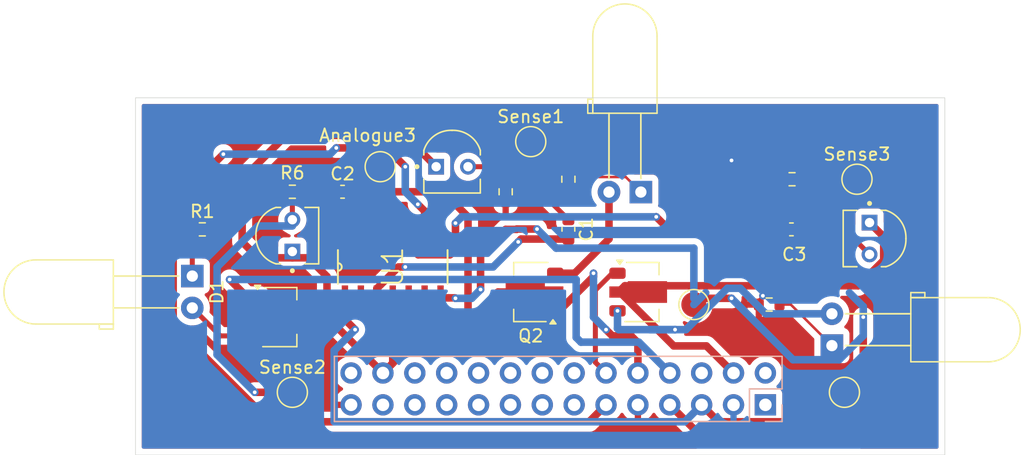
<source format=kicad_pcb>
(kicad_pcb (version 20240108) (generator "pcbnew") (generator_version "8.0")
  (layers (0 "F.Cu" signal) (31 "B.Cu" signal) (34 "B.Paste" user) (35 "F.Paste" user) (36 "B.SilkS" user "B.Silkscreen") (37 "F.SilkS" user "F.Silkscreen") (38 "B.Mask" user) (39 "F.Mask" user) (44 "Edge.Cuts" user))
  (net 0 "")
  (net 1 "Net-(J1-Pin_5)")
  (net 2 "Net-(J1-Pin_7)")
  (net 3 "Net-(J1-Pin_11)")
  (net 4 "Net-(U1-POS_1)")
  (net 5 "Net-(C1-Pad1)")
  (net 6 "Net-(U1-POS_2)")
  (net 7 "Net-(C2-Pad1)")
  (net 8 "Net-(U1-POS_3)")
  (net 9 "Net-(C3-Pad1)")
  (net 10 "Net-(D1-K)")
  (net 11 "Net-(D1-A)")
  (net 12 "VCC")
  (net 13 "Net-(D5-K)")
  (net 14 "Net-(D5-A)")
  (net 15 "Net-(D6-A)")
  (net 16 "Net-(D6-K)")
  (net 17 "GND")
  (net 19 "Net-(J1-Pin_8)")
  (net 33 "Net-(J1-Pin_12)")
  (net 35 "Net-(J1-Pin_10)")
  (footprint "TestPoint:TestPoint_Pad_D2.0mm" (layer "F.Cu") (at 123 126)
    (property "Reference" "Sense2" (at 0 -1.998 0) (layer "F.SilkS"))
    (property "Value" "TestPoint" (hide yes))
    (fp_circle (center 0 0) (end 0 1.2) (stroke (width 0.12)) (fill none) (layer "F.SilkS"))
    (pad "1" smd circle (at 0 0) (size 2 2) (layers "F.Cu" "F.Mask") (net 7 "Net-(C2-Pad1)"))
  )
  (footprint "TestPoint:TestPoint_Pad_D2.0mm" (layer "F.Cu") (at 167 126)
    (property "Reference" "Analogue1" (hide yes))
    (property "Value" "TestPoint" (hide yes))
    (fp_circle (center 0 0) (end 0 1.2) (stroke (width 0.12)) (fill none) (layer "F.SilkS"))
    (pad "1" smd circle (at 0 0) (size 2 2) (layers "F.Cu" "F.Mask") (net 1 "Net-(J1-Pin_5)"))
  )
  (footprint "Capacitor_SMD:C_0603_1608Metric" (layer "F.Cu") (at 127 110)
    (property "Reference" "C2" (at 0 -1.43 0) (layer "F.SilkS"))
    (property "Value" "22nF" (hide yes))
    (fp_line (start -0.14058 -0.51) (end 0.14058 -0.51) (stroke (width 0.12)) (layer "F.SilkS"))
    (fp_line (start -0.14058 0.51) (end 0.14058 0.51) (stroke (width 0.12)) (layer "F.SilkS"))
    (pad "1" smd roundrect (at -0.775 0) (size 0.9 0.95) (layers "F.Cu" "F.Paste" "F.Mask") (net 7 "Net-(C2-Pad1)"))
    (pad "2" smd roundrect (at 0.775 0) (size 0.9 0.95) (layers "F.Cu" "F.Paste" "F.Mask") (net 6 "Net-(U1-POS_2)"))
  )
  (footprint "TestPoint:TestPoint_Pad_D2.0mm" (layer "F.Cu") (at 142 106)
    (property "Reference" "Sense1" (at 0 -1.998 0) (layer "F.SilkS"))
    (property "Value" "TestPoint" (hide yes))
    (fp_circle (center 0 0) (end 0 1.2) (stroke (width 0.12)) (fill none) (layer "F.SilkS"))
    (pad "1" smd circle (at 0 0) (size 2 2) (layers "F.Cu" "F.Mask") (net 5 "Net-(C1-Pad1)"))
  )
  (footprint "LED_THT:LED_D5.0mm_Horizontal_O6.35mm_Z15.0mm" (layer "F.Cu") (at 115.025 116.725 -90)
    (property "Reference" "D1" (at 1.27 -1.96 90) (layer "F.SilkS"))
    (property "Value" "TSAL6200" (hide yes))
    (fp_line (start 3.83 7.41) (end 3.83 6.29) (stroke (width 0.12)) (layer "F.SilkS"))
    (fp_line (start 4.23 7.41) (end 3.83 7.41) (stroke (width 0.12)) (layer "F.SilkS"))
    (fp_line (start -1.29 6.29) (end -1.29 12.45) (stroke (width 0.12)) (layer "F.SilkS"))
    (fp_line (start -1.29 6.29) (end 3.83 6.29) (stroke (width 0.12)) (layer "F.SilkS"))
    (fp_line (start 0 6.29) (end 0 6.29) (stroke (width 0.12)) (layer "F.SilkS"))
    (fp_line (start 0 6.29) (end 0 1.08) (stroke (width 0.12)) (layer "F.SilkS"))
    (fp_line (start 2.54 6.29) (end 2.54 6.29) (stroke (width 0.12)) (layer "F.SilkS"))
    (fp_line (start 2.54 6.29) (end 2.54 1.08) (stroke (width 0.12)) (layer "F.SilkS"))
    (fp_line (start 3.83 6.29) (end 3.83 12.45) (stroke (width 0.12)) (layer "F.SilkS"))
    (fp_line (start 3.83 6.29) (end 4.23 6.29) (stroke (width 0.12)) (layer "F.SilkS"))
    (fp_line (start 4.23 6.29) (end 4.23 7.41) (stroke (width 0.12)) (layer "F.SilkS"))
    (fp_line (start 0 1.08) (end 0 6.29) (stroke (width 0.12)) (layer "F.SilkS"))
    (fp_line (start 0 1.08) (end 0 1.08) (stroke (width 0.12)) (layer "F.SilkS"))
    (fp_line (start 2.54 1.08) (end 2.54 6.29) (stroke (width 0.12)) (layer "F.SilkS"))
    (fp_line (start 2.54 1.08) (end 2.54 1.08) (stroke (width 0.12)) (layer "F.SilkS"))
    (fp_arc (start 3.83 12.45) (mid 1.27 15.01) (end -1.29 12.45) (stroke (width 0.12)) (layer "F.SilkS"))
    (pad "1" thru_hole rect (at 0 0 270) (size 1.8 1.8) (drill 0.9) (layers "*.Cu" "*.Mask") (net 10 "Net-(D1-K)"))
    (pad "2" thru_hole circle (at 2.54 0 270) (size 1.8 1.8) (drill 0.9) (layers "*.Cu" "*.Mask") (net 11 "Net-(D1-A)"))
  )
  (footprint "TestPoint:TestPoint_Pad_D2.0mm" (layer "F.Cu") (at 168 109)
    (property "Reference" "Sense3" (at 0 -1.998 0) (layer "F.SilkS"))
    (property "Value" "TestPoint" (hide yes))
    (fp_circle (center 0 0) (end 0 1.2) (stroke (width 0.12)) (fill none) (layer "F.SilkS"))
    (pad "1" smd circle (at 0 0) (size 2 2) (layers "F.Cu" "F.Mask") (net 9 "Net-(C3-Pad1)"))
  )
  (footprint "Capacitor_SMD:C_0603_1608Metric" (layer "F.Cu") (at 162.775 113 180)
    (property "Reference" "C3" (at -0.225 -2 180) (layer "F.SilkS"))
    (property "Value" "22nF" (hide yes))
    (fp_line (start -0.14058 0.51) (end 0.14058 0.51) (stroke (width 0.12)) (layer "F.SilkS"))
    (fp_line (start -0.14058 -0.51) (end 0.14058 -0.51) (stroke (width 0.12)) (layer "F.SilkS"))
    (pad "1" smd roundrect (at -0.775 0 180) (size 0.9 0.95) (layers "F.Cu" "F.Paste" "F.Mask") (net 9 "Net-(C3-Pad1)"))
    (pad "2" smd roundrect (at 0.775 0 180) (size 0.9 0.95) (layers "F.Cu" "F.Paste" "F.Mask") (net 8 "Net-(U1-POS_3)"))
  )
  (footprint "LED_THT:LED_D5.0mm_Horizontal_O6.35mm_Z15.0mm" (layer "F.Cu") (at 166 122.275 90)
    (property "Reference" "D6" (hide yes))
    (property "Value" "TSAL6200" (hide yes))
    (fp_line (start 2.54 1.08) (end 2.54 1.08) (stroke (width 0.12)) (layer "F.SilkS"))
    (fp_line (start 2.54 1.08) (end 2.54 6.29) (stroke (width 0.12)) (layer "F.SilkS"))
    (fp_line (start 0 1.08) (end 0 1.08) (stroke (width 0.12)) (layer "F.SilkS"))
    (fp_line (start 0 1.08) (end 0 6.29) (stroke (width 0.12)) (layer "F.SilkS"))
    (fp_line (start 4.23 6.29) (end 4.23 7.41) (stroke (width 0.12)) (layer "F.SilkS"))
    (fp_line (start 3.83 6.29) (end 4.23 6.29) (stroke (width 0.12)) (layer "F.SilkS"))
    (fp_line (start 3.83 6.29) (end 3.83 12.45) (stroke (width 0.12)) (layer "F.SilkS"))
    (fp_line (start 2.54 6.29) (end 2.54 1.08) (stroke (width 0.12)) (layer "F.SilkS"))
    (fp_line (start 2.54 6.29) (end 2.54 6.29) (stroke (width 0.12)) (layer "F.SilkS"))
    (fp_line (start 0 6.29) (end 0 1.08) (stroke (width 0.12)) (layer "F.SilkS"))
    (fp_line (start 0 6.29) (end 0 6.29) (stroke (width 0.12)) (layer "F.SilkS"))
    (fp_line (start -1.29 6.29) (end 3.83 6.29) (stroke (width 0.12)) (layer "F.SilkS"))
    (fp_line (start -1.29 6.29) (end -1.29 12.45) (stroke (width 0.12)) (layer "F.SilkS"))
    (fp_line (start 4.23 7.41) (end 3.83 7.41) (stroke (width 0.12)) (layer "F.SilkS"))
    (fp_line (start 3.83 7.41) (end 3.83 6.29) (stroke (width 0.12)) (layer "F.SilkS"))
    (fp_arc (start 3.83 12.45) (mid 1.27 15.01) (end -1.29 12.45) (stroke (width 0.12)) (layer "F.SilkS"))
    (pad "1" thru_hole rect (at 0 0 90) (size 1.8 1.8) (drill 0.9) (layers "*.Cu" "*.Mask") (net 16 "Net-(D6-K)"))
    (pad "2" thru_hole circle (at 2.54 0 90) (size 1.8 1.8) (drill 0.9) (layers "*.Cu" "*.Mask") (net 15 "Net-(D6-A)"))
  )
  (footprint "Package_TO_SOT_SMD:SOT-89-3" (layer "F.Cu") (at 122 120)
    (property "Reference" "Q1" (hide yes))
    (property "Value" "C9634" (hide yes))
    (fp_line (start -1.22 -2.36) (end 1.36 -2.36) (stroke (width 0.12)) (layer "F.SilkS"))
    (fp_line (start 1.36 -1.38) (end 1.36 -2.36) (stroke (width 0.12)) (layer "F.SilkS"))
    (fp_line (start 1.36 1.38) (end 1.36 2.36) (stroke (width 0.12)) (layer "F.SilkS"))
    (fp_line (start 1.36 2.36) (end -1.36 2.36) (stroke (width 0.12)) (layer "F.SilkS"))
    (fp_poly (pts (xy -1.77 -2.21) (xy -2.01 -2.54) (xy -1.53 -2.54) (xy -1.77 -2.21)) (stroke (width 0.12)) (fill solid) (layer "F.SilkS"))
    (pad "1" smd roundrect (at -1.95 -1.5) (size 1.3 0.9) (layers "F.Cu" "F.Paste" "F.Mask") (net 19 "Net-(J1-Pin_8)"))
    (pad "2" smd custom (at -1.8625 0) (size 1.475 0.9) (layers "F.Cu" "F.Paste" "F.Mask") (net 12 "VCC") (options (clearance outline) (anchor rect)) (primitives (gr_poly (pts (xy 3.8625 0.8665) (xy 0.7375 0.8665) (xy 0.7375 -0.8665) (xy 3.8625 -0.8665)) (width 0) (fill yes))))
    (pad "3" smd roundrect (at -1.95 1.5) (size 1.3 0.9) (layers "F.Cu" "F.Paste" "F.Mask") (net 11 "Net-(D1-A)"))
  )
  (footprint "Package_TO_SOT_SMD:SOT-89-3" (layer "F.Cu") (at 150.8625 118)
    (property "Reference" "Q3" (hide yes))
    (property "Value" "C9634" (hide yes))
    (fp_line (start -1.22 -2.36) (end 1.36 -2.36) (stroke (width 0.12)) (layer "F.SilkS"))
    (fp_line (start 1.36 -1.38) (end 1.36 -2.36) (stroke (width 0.12)) (layer "F.SilkS"))
    (fp_line (start 1.36 1.38) (end 1.36 2.36) (stroke (width 0.12)) (layer "F.SilkS"))
    (fp_line (start 1.36 2.36) (end -1.36 2.36) (stroke (width 0.12)) (layer "F.SilkS"))
    (fp_poly (pts (xy -1.77 -2.21) (xy -2.01 -2.54) (xy -1.53 -2.54) (xy -1.77 -2.21)) (stroke (width 0.12)) (fill solid) (layer "F.SilkS"))
    (pad "1" smd roundrect (at -1.95 -1.5) (size 1.3 0.9) (layers "F.Cu" "F.Paste" "F.Mask") (net 33 "Net-(J1-Pin_12)"))
    (pad "2" smd custom (at -1.8625 0) (size 1.475 0.9) (layers "F.Cu" "F.Paste" "F.Mask") (net 12 "VCC") (options (clearance outline) (anchor rect)) (primitives (gr_poly (pts (xy 3.8625 0.8665) (xy 0.7375 0.8665) (xy 0.7375 -0.8665) (xy 3.8625 -0.8665)) (width 0) (fill yes))))
    (pad "3" smd roundrect (at -1.95 1.5) (size 1.3 0.9) (layers "F.Cu" "F.Paste" "F.Mask") (net 15 "Net-(D6-A)"))
  )
  (footprint "Resistor_SMD:R_0603_1608Metric" (layer "F.Cu") (at 145 109 90)
    (property "Reference" "R2" (hide yes))
    (property "Value" "33" (hide yes))
    (fp_line (start -0.237258 -0.5225) (end 0.237258 -0.5225) (stroke (width 0.12)) (layer "F.SilkS"))
    (fp_line (start -0.237258 0.5225) (end 0.237258 0.5225) (stroke (width 0.12)) (layer "F.SilkS"))
    (pad "1" smd roundrect (at -0.825 0 90) (size 0.8 0.95) (layers "F.Cu" "F.Paste" "F.Mask") (net 13 "Net-(D5-K)"))
    (pad "2" smd roundrect (at 0.825 0 90) (size 0.8 0.95) (layers "F.Cu" "F.Paste" "F.Mask") (net 17 "GND"))
  )
  (footprint "Resistor_SMD:R_0603_1608Metric" (layer "F.Cu") (at 123 110 180)
    (property "Reference" "R6" (at 0 1.5 180) (layer "F.SilkS"))
    (property "Value" "2M" (hide yes))
    (fp_line (start -0.237258 0.5225) (end 0.237258 0.5225) (stroke (width 0.12)) (layer "F.SilkS"))
    (fp_line (start -0.237258 -0.5225) (end 0.237258 -0.5225) (stroke (width 0.12)) (layer "F.SilkS"))
    (pad "1" smd roundrect (at -0.825 0 180) (size 0.8 0.95) (layers "F.Cu" "F.Paste" "F.Mask") (net 7 "Net-(C2-Pad1)"))
    (pad "2" smd roundrect (at 0.825 0 180) (size 0.8 0.95) (layers "F.Cu" "F.Paste" "F.Mask") (net 17 "GND"))
  )
  (footprint "KiCAD Library:XDCR_BPV22NF" (layer "F.Cu") (at 123 113.5 90)
    (property "Reference" "D2" (hide yes))
    (property "Value" "BPV22NF" (hide yes))
    (fp_line (start -2.25 -1.3) (end -2.25 -0.94) (stroke (width 0.127)) (layer "F.SilkS"))
    (fp_line (start 2.25 -0.94) (end 2.25 -1.3) (stroke (width 0.127)) (layer "F.SilkS"))
    (fp_line (start -2.25 1.005) (end -2.25 2.1) (stroke (width 0.127)) (layer "F.SilkS"))
    (fp_line (start 2.25 2.1) (end 2.25 1.005) (stroke (width 0.127)) (layer "F.SilkS"))
    (fp_line (start -2.25 2.1) (end 2.25 2.1) (stroke (width 0.127)) (layer "F.SilkS"))
    (fp_arc (start 0 -2.899999) (mid 1.396563 -2.481885) (end 2.25 -1.3) (stroke (width 0.127)) (layer "F.SilkS"))
    (fp_arc (start -2.25 -1.3) (mid -1.396563 -2.481886) (end 0 -2.899999) (stroke (width 0.127)) (layer "F.SilkS"))
    (fp_circle (center -2.8 0) (end -2.7 0) (stroke (width 0.2)) (fill none) (layer "F.SilkS"))
    (pad "A" thru_hole circle (at 1.27 0 90) (size 1.258 1.258) (drill 0.75) (layers "*.Cu" "*.Mask") (net 7 "Net-(C2-Pad1)"))
    (pad "K" thru_hole rect (at -1.27 0 90) (size 1.258 1.258) (drill 0.75) (layers "*.Cu" "*.Mask") (net 12 "VCC"))
  )
  (footprint "KiCAD Library:XDCR_BPV22NF" (layer "F.Cu") (at 135.73 108)
    (property "Reference" "D4" (hide yes))
    (property "Value" "BPV22NF" (hide yes))
    (fp_line (start -2.25 -1.3) (end -2.25 -0.94) (stroke (width 0.127)) (layer "F.SilkS"))
    (fp_line (start -2.25 1.005) (end -2.25 2.1) (stroke (width 0.127)) (layer "F.SilkS"))
    (fp_line (start -2.25 2.1) (end 2.25 2.1) (stroke (width 0.127)) (layer "F.SilkS"))
    (fp_line (start 2.25 -0.94) (end 2.25 -1.3) (stroke (width 0.127)) (layer "F.SilkS"))
    (fp_line (start 2.25 2.1) (end 2.25 1.005) (stroke (width 0.127)) (layer "F.SilkS"))
    (fp_arc (start -2.25 -1.3) (mid -1.396563 -2.481886) (end 0 -2.899999) (stroke (width 0.127)) (layer "F.SilkS"))
    (fp_arc (start 0 -2.899999) (mid 1.396563 -2.481885) (end 2.25 -1.3) (stroke (width 0.127)) (layer "F.SilkS"))
    (fp_circle (center -2.8 0) (end -2.7 0) (stroke (width 0.2)) (fill none) (layer "F.SilkS"))
    (pad "A" thru_hole circle (at 1.27 0) (size 1.258 1.258) (drill 0.75) (layers "*.Cu" "*.Mask") (net 5 "Net-(C1-Pad1)"))
    (pad "K" thru_hole rect (at -1.27 0) (size 1.258 1.258) (drill 0.75) (layers "*.Cu" "*.Mask") (net 12 "VCC"))
  )
  (footprint "LED_THT:LED_D5.0mm_Horizontal_O6.35mm_Z15.0mm" (layer "F.Cu") (at 150.775 110.025 180)
    (property "Reference" "D5" (hide yes))
    (property "Value" "TSAL6200" (hide yes))
    (fp_line (start 4.23 7.41) (end 3.83 7.41) (stroke (width 0.12)) (layer "F.SilkS"))
    (fp_line (start 4.23 6.29) (end 4.23 7.41) (stroke (width 0.12)) (layer "F.SilkS"))
    (fp_line (start 3.83 7.41) (end 3.83 6.29) (stroke (width 0.12)) (layer "F.SilkS"))
    (fp_line (start 3.83 6.29) (end 4.23 6.29) (stroke (width 0.12)) (layer "F.SilkS"))
    (fp_line (start 3.83 6.29) (end 3.83 12.45) (stroke (width 0.12)) (layer "F.SilkS"))
    (fp_line (start 2.54 6.29) (end 2.54 6.29) (stroke (width 0.12)) (layer "F.SilkS"))
    (fp_line (start 2.54 6.29) (end 2.54 1.08) (stroke (width 0.12)) (layer "F.SilkS"))
    (fp_line (start 2.54 1.08) (end 2.54 6.29) (stroke (width 0.12)) (layer "F.SilkS"))
    (fp_line (start 2.54 1.08) (end 2.54 1.08) (stroke (width 0.12)) (layer "F.SilkS"))
    (fp_line (start 0 6.29) (end 0 6.29) (stroke (width 0.12)) (layer "F.SilkS"))
    (fp_line (start 0 6.29) (end 0 1.08) (stroke (width 0.12)) (layer "F.SilkS"))
    (fp_line (start 0 1.08) (end 0 6.29) (stroke (width 0.12)) (layer "F.SilkS"))
    (fp_line (start 0 1.08) (end 0 1.08) (stroke (width 0.12)) (layer "F.SilkS"))
    (fp_line (start -1.29 6.29) (end 3.83 6.29) (stroke (width 0.12)) (layer "F.SilkS"))
    (fp_line (start -1.29 6.29) (end -1.29 12.45) (stroke (width 0.12)) (layer "F.SilkS"))
    (fp_arc (start 3.83 12.45) (mid 1.27 15.01) (end -1.29 12.45) (stroke (width 0.12)) (layer "F.SilkS"))
    (pad "1" thru_hole rect (at 0 0 180) (size 1.8 1.8) (drill 0.9) (layers "*.Cu" "*.Mask") (net 13 "Net-(D5-K)"))
    (pad "2" thru_hole circle (at 2.54 0 180) (size 1.8 1.8) (drill 0.9) (layers "*.Cu" "*.Mask") (net 14 "Net-(D5-A)"))
  )
  (footprint "Resistor_SMD:R_0603_1608Metric" (layer "F.Cu") (at 140 110 -90)
    (property "Reference" "R5" (hide yes))
    (property "Value" "2M" (hide yes))
    (fp_line (start -0.237258 0.5225) (end 0.237258 0.5225) (stroke (width 0.12)) (layer "F.SilkS"))
    (fp_line (start -0.237258 -0.5225) (end 0.237258 -0.5225) (stroke (width 0.12)) (layer "F.SilkS"))
    (pad "1" smd roundrect (at -0.825 0 270) (size 0.8 0.95) (layers "F.Cu" "F.Paste" "F.Mask") (net 5 "Net-(C1-Pad1)"))
    (pad "2" smd roundrect (at 0.825 0 270) (size 0.8 0.95) (layers "F.Cu" "F.Paste" "F.Mask") (net 17 "GND"))
  )
  (footprint "Resistor_SMD:R_0603_1608Metric" (layer "F.Cu") (at 162.825 109 180)
    (property "Reference" "R7" (hide yes))
    (property "Value" "2M" (hide yes))
    (fp_line (start -0.237258 0.5225) (end 0.237258 0.5225) (stroke (width 0.12)) (layer "F.SilkS"))
    (fp_line (start -0.237258 -0.5225) (end 0.237258 -0.5225) (stroke (width 0.12)) (layer "F.SilkS"))
    (pad "1" smd roundrect (at -0.825 0 180) (size 0.8 0.95) (layers "F.Cu" "F.Paste" "F.Mask") (net 9 "Net-(C3-Pad1)"))
    (pad "2" smd roundrect (at 0.825 0 180) (size 0.8 0.95) (layers "F.Cu" "F.Paste" "F.Mask") (net 17 "GND"))
  )
  (footprint "TestPoint:TestPoint_Pad_D2.0mm" (layer "F.Cu") (at 155 119)
    (property "Reference" "Analogue2" (hide yes))
    (property "Value" "TestPoint" (hide yes))
    (fp_circle (center 0 0) (end 0 1.2) (stroke (width 0.12)) (fill none) (layer "F.SilkS"))
    (pad "1" smd circle (at 0 0) (size 2 2) (layers "F.Cu" "F.Mask") (net 2 "Net-(J1-Pin_7)"))
  )
  (footprint "Capacitor_SMD:C_0603_1608Metric" (layer "F.Cu") (at 145 113 -90)
    (property "Reference" "C1" (at 0 -1.43 90) (layer "F.SilkS"))
    (property "Value" "22nF" (hide yes))
    (fp_line (start -0.14058 0.51) (end 0.14058 0.51) (stroke (width 0.12)) (layer "F.SilkS"))
    (fp_line (start -0.14058 -0.51) (end 0.14058 -0.51) (stroke (width 0.12)) (layer "F.SilkS"))
    (pad "1" smd roundrect (at -0.775 0 270) (size 0.9 0.95) (layers "F.Cu" "F.Paste" "F.Mask") (net 5 "Net-(C1-Pad1)"))
    (pad "2" smd roundrect (at 0.775 0 270) (size 0.9 0.95) (layers "F.Cu" "F.Paste" "F.Mask") (net 4 "Net-(U1-POS_1)"))
  )
  (footprint "KiCAD Library:XDCR_BPV22NF" (layer "F.Cu") (at 169 113.73 -90)
    (property "Reference" "D3" (hide yes))
    (property "Value" "BPV22NF" (hide yes))
    (fp_line (start -2.25 2.1) (end 2.25 2.1) (stroke (width 0.127)) (layer "F.SilkS"))
    (fp_line (start 2.25 2.1) (end 2.25 1.005) (stroke (width 0.127)) (layer "F.SilkS"))
    (fp_line (start -2.25 1.005) (end -2.25 2.1) (stroke (width 0.127)) (layer "F.SilkS"))
    (fp_line (start 2.25 -0.94) (end 2.25 -1.3) (stroke (width 0.127)) (layer "F.SilkS"))
    (fp_line (start -2.25 -1.3) (end -2.25 -0.94) (stroke (width 0.127)) (layer "F.SilkS"))
    (fp_arc (start -2.25 -1.3) (mid -1.396563 -2.481886) (end 0 -2.899999) (stroke (width 0.127)) (layer "F.SilkS"))
    (fp_arc (start 0 -2.899999) (mid 1.396563 -2.481885) (end 2.25 -1.3) (stroke (width 0.127)) (layer "F.SilkS"))
    (fp_circle (center -2.8 0) (end -2.7 0) (stroke (width 0.2)) (fill none) (layer "F.SilkS"))
    (pad "A" thru_hole circle (at 1.27 0 270) (size 1.258 1.258) (drill 0.75) (layers "*.Cu" "*.Mask") (net 9 "Net-(C3-Pad1)"))
    (pad "K" thru_hole rect (at -1.27 0 270) (size 1.258 1.258) (drill 0.75) (layers "*.Cu" "*.Mask") (net 12 "VCC"))
  )
  (footprint "TestPoint:TestPoint_Pad_D2.0mm" (layer "F.Cu") (at 130 108)
    (property "Reference" "Analogue3" (at -1 -2.5 0) (layer "F.SilkS"))
    (property "Value" "TestPoint" (hide yes))
    (fp_circle (center 0 0) (end 0 1.2) (stroke (width 0.12)) (fill none) (layer "F.SilkS"))
    (pad "1" smd circle (at 0 0) (size 2 2) (layers "F.Cu" "F.Mask") (net 3 "Net-(J1-Pin_11)"))
  )
  (footprint "Package_TO_SOT_SMD:SOT-89-3" (layer "F.Cu") (at 142 118 180)
    (property "Reference" "Q2" (at 0 -3.5 180) (layer "F.SilkS"))
    (property "Value" "C9634" (hide yes))
    (fp_line (start 1.36 2.36) (end -1.36 2.36) (stroke (width 0.12)) (layer "F.SilkS"))
    (fp_line (start 1.36 1.38) (end 1.36 2.36) (stroke (width 0.12)) (layer "F.SilkS"))
    (fp_line (start 1.36 -1.38) (end 1.36 -2.36) (stroke (width 0.12)) (layer "F.SilkS"))
    (fp_line (start -1.22 -2.36) (end 1.36 -2.36) (stroke (width 0.12)) (layer "F.SilkS"))
    (fp_poly (pts (xy -1.77 -2.21) (xy -2.01 -2.54) (xy -1.53 -2.54) (xy -1.77 -2.21)) (stroke (width 0.12)) (fill solid) (layer "F.SilkS"))
    (pad "1" smd roundrect (at -1.95 -1.5 180) (size 1.3 0.9) (layers "F.Cu" "F.Paste" "F.Mask") (net 35 "Net-(J1-Pin_10)"))
    (pad "2" smd custom (at -1.8625 0 180) (size 1.475 0.9) (layers "F.Cu" "F.Paste" "F.Mask") (net 12 "VCC") (options (clearance outline) (anchor rect)) (primitives (gr_poly (pts (xy 3.8625 0.8665) (xy 0.7375 0.8665) (xy 0.7375 -0.8665) (xy 3.8625 -0.8665)) (width 0) (fill yes))))
    (pad "3" smd roundrect (at -1.95 1.5 180) (size 1.3 0.9) (layers "F.Cu" "F.Paste" "F.Mask") (net 14 "Net-(D5-A)"))
  )
  (footprint "Resistor_SMD:R_0603_1608Metric" (layer "F.Cu") (at 161 119 180)
    (property "Reference" "R3" (hide yes))
    (property "Value" "33" (hide yes))
    (fp_line (start -0.237258 0.5225) (end 0.237258 0.5225) (stroke (width 0.12)) (layer "F.SilkS"))
    (fp_line (start -0.237258 -0.5225) (end 0.237258 -0.5225) (stroke (width 0.12)) (layer "F.SilkS"))
    (pad "1" smd roundrect (at -0.825 0 180) (size 0.8 0.95) (layers "F.Cu" "F.Paste" "F.Mask") (net 16 "Net-(D6-K)"))
    (pad "2" smd roundrect (at 0.825 0 180) (size 0.8 0.95) (layers "F.Cu" "F.Paste" "F.Mask") (net 17 "GND"))
  )
  (footprint "LM324DT:SOIC127P600X175-14N" (layer "F.Cu") (at 131 116 90)
    (property "Reference" "U1" (at 0 0 -90) (layer "F.SilkS") (effects (font (size 1.641622 1.641622))))
    (property "Value" "LM324DT" (hide yes))
    (fp_line (start 1.3462 -4.3688) (end 0.3048 -4.3688) (stroke (width 0.1524)) (layer "F.SilkS"))
    (fp_line (start 0.3048 -4.3688) (end -0.3048 -4.3688) (stroke (width 0.1524)) (layer "F.SilkS"))
    (fp_line (start -0.3048 -4.3688) (end -1.3462 -4.3688) (stroke (width 0.1524)) (layer "F.SilkS"))
    (fp_line (start -1.3462 4.3688) (end 1.3462 4.3688) (stroke (width 0.1524)) (layer "F.SilkS"))
    (fp_arc (start 0.3048 -4.3688) (mid 0 -4.064) (end -0.3048 -4.3688) (stroke (width 0.1524)) (layer "F.SilkS"))
    (pad "1" smd rect (at -2.4638 -3.81 90) (size 1.9812 0.508) (layers "F.Cu" "F.Paste" "F.Mask") (net 1 "Net-(J1-Pin_5)"))
    (pad "2" smd rect (at -2.4638 -2.54 90) (size 1.9812 0.508) (layers "F.Cu" "F.Paste" "F.Mask") (net 1 "Net-(J1-Pin_5)"))
    (pad "3" smd rect (at -2.4638 -1.27 90) (size 1.9812 0.508) (layers "F.Cu" "F.Paste" "F.Mask") (net 4 "Net-(U1-POS_1)"))
    (pad "4" smd rect (at -2.4638 0 90) (size 1.9812 0.508) (layers "F.Cu" "F.Paste" "F.Mask") (net 12 "VCC"))
    (pad "5" smd rect (at -2.4638 1.27 90) (size 1.9812 0.508) (layers "F.Cu" "F.Paste" "F.Mask") (net 6 "Net-(U1-POS_2)"))
    (pad "6" smd rect (at -2.4638 2.54 90) (size 1.9812 0.508) (layers "F.Cu" "F.Paste" "F.Mask") (net 2 "Net-(J1-Pin_7)"))
    (pad "7" smd rect (at -2.4638 3.81 90) (size 1.9812 0.508) (layers "F.Cu" "F.Paste" "F.Mask") (net 2 "Net-(J1-Pin_7)"))
    (pad "8" smd rect (at 2.4638 3.81 90) (size 1.9812 0.508) (layers "F.Cu" "F.Paste" "F.Mask") (net 3 "Net-(J1-Pin_11)"))
    (pad "9" smd rect (at 2.4638 2.54 90) (size 1.9812 0.508) (layers "F.Cu" "F.Paste" "F.Mask") (net 3 "Net-(J1-Pin_11)"))
    (pad "10" smd rect (at 2.4638 1.27 90) (size 1.9812 0.508) (layers "F.Cu" "F.Paste" "F.Mask") (net 8 "Net-(U1-POS_3)"))
    (pad "11" smd rect (at 2.4638 0 90) (size 1.9812 0.508) (layers "F.Cu" "F.Paste" "F.Mask") (net 17 "GND"))
    (pad "12" smd rect (at 2.4638 -1.27 90) (size 1.9812 0.508) (layers "F.Cu" "F.Paste" "F.Mask"))
    (pad "13" smd rect (at 2.4638 -2.54 90) (size 1.9812 0.508) (layers "F.Cu" "F.Paste" "F.Mask"))
    (pad "14" smd rect (at 2.4638 -3.81 90) (size 1.9812 0.508) (layers "F.Cu" "F.Paste" "F.Mask"))
  )
  (footprint "Resistor_SMD:R_0603_1608Metric" (layer "F.Cu") (at 115.825 113)
    (property "Reference" "R1" (at 0 -1.43 0) (layer "F.SilkS"))
    (property "Value" "33" (hide yes))
    (fp_line (start -0.237258 -0.5225) (end 0.237258 -0.5225) (stroke (width 0.12)) (layer "F.SilkS"))
    (fp_line (start -0.237258 0.5225) (end 0.237258 0.5225) (stroke (width 0.12)) (layer "F.SilkS"))
    (pad "1" smd roundrect (at -0.825 0) (size 0.8 0.95) (layers "F.Cu" "F.Paste" "F.Mask") (net 10 "Net-(D1-K)"))
    (pad "2" smd roundrect (at 0.825 0) (size 0.8 0.95) (layers "F.Cu" "F.Paste" "F.Mask") (net 17 "GND"))
  )
  (footprint "Connector_PinHeader_2.54mm:PinHeader_2x14_P2.54mm_Vertical" (layer "B.Cu") (at 160.7 127 90)
    (property "Reference" "J1" (hide yes))
    (property "Value" "Conn_02x14_Odd_Even" (hide yes))
    (fp_line (start 3.87 -34.35) (end -1.33 -34.35) (stroke (width 0.12)) (layer "B.SilkS"))
    (fp_line (start 3.87 -34.35) (end 3.87 1.33) (stroke (width 0.12)) (layer "B.SilkS"))
    (fp_line (start -1.33 -34.35) (end -1.33 -1.27) (stroke (width 0.12)) (layer "B.SilkS"))
    (fp_line (start 1.27 -1.27) (end -1.33 -1.27) (stroke (width 0.12)) (layer "B.SilkS"))
    (fp_line (start 3.87 1.33) (end 1.27 1.33) (stroke (width 0.12)) (layer "B.SilkS"))
    (fp_line (start 1.27 1.33) (end 1.27 -1.27) (stroke (width 0.12)) (layer "B.SilkS"))
    (fp_line (start 0 1.33) (end -1.33 1.33) (stroke (width 0.12)) (layer "B.SilkS"))
    (fp_line (start -1.33 1.33) (end -1.33 0) (stroke (width 0.12)) (layer "B.SilkS"))
    (pad "1" thru_hole rect (at 0 0 90) (size 1.7 1.7) (drill 1) (layers "*.Cu" "*.Mask"))
    (pad "2" thru_hole oval (at 2.54 0 90) (size 1.7 1.7) (drill 1) (layers "*.Cu" "*.Mask"))
    (pad "3" thru_hole oval (at 0 -2.54 90) (size 1.7 1.7) (drill 1) (layers "*.Cu" "*.Mask") (net 17 "GND"))
    (pad "4" thru_hole oval (at 2.54 -2.54 90) (size 1.7 1.7) (drill 1) (layers "*.Cu" "*.Mask") (net 12 "VCC"))
    (pad "5" thru_hole oval (at 0 -5.08 90) (size 1.7 1.7) (drill 1) (layers "*.Cu" "*.Mask") (net 1 "Net-(J1-Pin_5)"))
    (pad "6" thru_hole oval (at 2.54 -5.08 90) (size 1.7 1.7) (drill 1) (layers "*.Cu" "*.Mask"))
    (pad "7" thru_hole oval (at 0 -7.62 90) (size 1.7 1.7) (drill 1) (layers "*.Cu" "*.Mask") (net 2 "Net-(J1-Pin_7)"))
    (pad "8" thru_hole oval (at 2.54 -7.62 90) (size 1.7 1.7) (drill 1) (layers "*.Cu" "*.Mask") (net 19 "Net-(J1-Pin_8)"))
    (pad "9" thru_hole oval (at 0 -10.16 90) (size 1.7 1.7) (drill 1) (layers "*.Cu" "*.Mask") (net 17 "GND"))
    (pad "10" thru_hole oval (at 2.54 -10.16 90) (size 1.7 1.7) (drill 1) (layers "*.Cu" "*.Mask") (net 35 "Net-(J1-Pin_10)"))
    (pad "11" thru_hole oval (at 0 -12.7 90) (size 1.7 1.7) (drill 1) (layers "*.Cu" "*.Mask") (net 3 "Net-(J1-Pin_11)"))
    (pad "12" thru_hole oval (at 2.54 -12.7 90) (size 1.7 1.7) (drill 1) (layers "*.Cu" "*.Mask") (net 33 "Net-(J1-Pin_12)"))
    (pad "13" thru_hole oval (at 0 -15.24 90) (size 1.7 1.7) (drill 1) (layers "*.Cu" "*.Mask"))
    (pad "14" thru_hole oval (at 2.54 -15.24 90) (size 1.7 1.7) (drill 1) (layers "*.Cu" "*.Mask"))
    (pad "15" thru_hole oval (at 0 -17.78 90) (size 1.7 1.7) (drill 1) (layers "*.Cu" "*.Mask") (net 17 "GND"))
    (pad "16" thru_hole oval (at 2.54 -17.78 90) (size 1.7 1.7) (drill 1) (layers "*.Cu" "*.Mask"))
    (pad "17" thru_hole oval (at 0 -20.32 90) (size 1.7 1.7) (drill 1) (layers "*.Cu" "*.Mask"))
    (pad "18" thru_hole oval (at 2.54 -20.32 90) (size 1.7 1.7) (drill 1) (layers "*.Cu" "*.Mask"))
    (pad "19" thru_hole oval (at 0 -22.86 90) (size 1.7 1.7) (drill 1) (layers "*.Cu" "*.Mask"))
    (pad "20" thru_hole oval (at 2.54 -22.86 90) (size 1.7 1.7) (drill 1) (layers "*.Cu" "*.Mask"))
    (pad "21" thru_hole oval (at 0 -25.4 90) (size 1.7 1.7) (drill 1) (layers "*.Cu" "*.Mask") (net 17 "GND"))
    (pad "22" thru_hole oval (at 2.54 -25.4 90) (size 1.7 1.7) (drill 1) (layers "*.Cu" "*.Mask"))
    (pad "23" thru_hole oval (at 0 -27.94 90) (size 1.7 1.7) (drill 1) (layers "*.Cu" "*.Mask"))
    (pad "24" thru_hole oval (at 2.54 -27.94 90) (size 1.7 1.7) (drill 1) (layers "*.Cu" "*.Mask"))
    (pad "25" thru_hole oval (at 0 -30.48 90) (size 1.7 1.7) (drill 1) (layers "*.Cu" "*.Mask"))
    (pad "26" thru_hole oval (at 2.54 -30.48 90) (size 1.7 1.7) (drill 1) (layers "*.Cu" "*.Mask") (net 12 "VCC"))
    (pad "27" thru_hole oval (at 0 -33.02 90) (size 1.7 1.7) (drill 1) (layers "*.Cu" "*.Mask") (net 17 "GND"))
    (pad "28" thru_hole oval (at 2.54 -33.02 90) (size 1.7 1.7) (drill 1) (layers "*.Cu" "*.Mask"))
  )
  (gr_rect (start 110.5 102.5) (end 175 131) (stroke (width 0.05)) (fill none) (layer "Edge.Cuts"))
  (segment (start 127.19 118.4638) (end 127.19 120.19) (width 0.6) (layer "F.Cu") (net 1))
  (segment (start 127.19 120.19) (end 128 121) (width 0.6) (layer "F.Cu") (net 1))
  (segment (start 164.65 128.35) (end 167 126) (width 0.6) (layer "F.Cu") (net 1))
  (segment (start 128.46 118.4638) (end 127.19 118.4638) (width 0.6) (layer "F.Cu") (net 1))
  (segment (start 156.97 128.35) (end 164.65 128.35) (width 0.6) (layer "F.Cu") (net 1))
  (segment (start 155.62 127) (end 156.97 128.35) (width 0.6) (layer "F.Cu") (net 1))
  (via (at 128 121) (size 0.6) (drill 0.3) (layers "F.Cu" "B.Cu") (net 1))
  (segment (start 126.33 128.33) (end 126.35 128.35) (width 0.6) (layer "B.Cu") (net 1))
  (segment (start 128 121) (end 126.33 122.67) (width 0.6) (layer "B.Cu") (net 1))
  (segment (start 154.27 128.35) (end 155.62 127) (width 0.6) (layer "B.Cu") (net 1))
  (segment (start 126.33 122.67) (end 126.33 128.33) (width 0.6) (layer "B.Cu") (net 1))
  (segment (start 126.35 128.35) (end 154.27 128.35) (width 0.6) (layer "B.Cu") (net 1))
  (segment (start 140.893629 112.975) (end 142.5 112.975) (width 0.6) (layer "F.Cu") (net 2))
  (segment (start 140 113) (end 140.868629 113) (width 0.6) (layer "F.Cu") (net 2))
  (segment (start 155.23 129.23) (end 155.5 129.5) (width 0.6) (layer "F.Cu") (net 2))
  (segment (start 158 118.5) (end 155.5 118.5) (width 0.6) (layer "F.Cu") (net 2))
  (segment (start 153.08 127) (end 155.23 129.15) (width 0.6) (layer "F.Cu") (net 2))
  (segment (start 138 117.8) (end 138 115) (width 0.6) (layer "F.Cu") (net 2))
  (segment (start 155.23 129.15) (end 155.23 129.23) (width 0.6) (layer "F.Cu") (net 2))
  (segment (start 168 129.5) (end 168.5 129) (width 0.6) (layer "F.Cu") (net 2))
  (segment (start 133.54 118.4638) (end 134.81 118.4638) (width 0.6) (layer "F.Cu") (net 2))
  (segment (start 168.5 129) (end 168.5 120) (width 0.6) (layer "F.Cu") (net 2))
  (segment (start 135.9638 118.4638) (end 136 118.5) (width 0.6) (layer "F.Cu") (net 2))
  (segment (start 140.868629 113) (end 140.893629 112.975) (width 0.6) (layer "F.Cu") (net 2))
  (segment (start 138 115) (end 140 113) (width 0.6) (layer "F.Cu") (net 2))
  (segment (start 155.5 129.5) (end 168 129.5) (width 0.6) (layer "F.Cu") (net 2))
  (segment (start 135.4638 118.4638) (end 135.9638 118.4638) (width 0.6) (layer "F.Cu") (net 2))
  (segment (start 155.5 118.5) (end 155 119) (width 0.6) (layer "F.Cu") (net 2))
  (segment (start 134.81 118.4638) (end 135.4638 118.4638) (width 0.6) (layer "F.Cu") (net 2))
  (via (at 138 117.8) (size 0.6) (drill 0.3) (layers "F.Cu" "B.Cu") (net 2))
  (via (at 136 118.5) (size 0.6) (drill 0.3) (layers "F.Cu" "B.Cu") (net 2))
  (via (at 168.5 120) (size 0.6) (drill 0.3) (layers "F.Cu" "B.Cu") (net 2))
  (via (at 158 118.5) (size 0.6) (drill 0.3) (layers "F.Cu" "B.Cu") (net 2))
  (via (at 142.5 112.975) (size 0.6) (drill 0.3) (layers "F.Cu" "B.Cu") (net 2))
  (segment (start 155.25 118.75) (end 155 119) (width 0.6) (layer "B.Cu") (net 2))
  (segment (start 155 114.5) (end 155 118.5) (width 0.6) (layer "B.Cu") (net 2))
  (segment (start 137.3 118.5) (end 138 117.8) (width 0.6) (layer "B.Cu") (net 2))
  (segment (start 142.5 112.975) (end 144.025 114.5) (width 0.6) (layer "B.Cu") (net 2))
  (segment (start 136 118.5) (end 137.3 118.5) (width 0.6) (layer "B.Cu") (net 2))
  (segment (start 155 118.5) (end 155.25 118.75) (width 0.6) (layer "B.Cu") (net 2))
  (segment (start 168.5 120) (end 168.5 119.16) (width 0.6) (layer "B.Cu") (net 2))
  (segment (start 168.5 121.479899) (end 166.579899 123.4) (width 0.6) (layer "B.Cu") (net 2))
  (segment (start 155.94 118.06) (end 155.25 118.75) (width 0.6) (layer "B.Cu") (net 2))
  (segment (start 144.025 114.5) (end 155 114.5) (width 0.6) (layer "B.Cu") (net 2))
  (segment (start 166.579899 123.4) (end 162.9 123.4) (width 0.6) (layer "B.Cu") (net 2))
  (segment (start 168.5 119.16) (end 167.4 118.06) (width 0.6) (layer "B.Cu") (net 2))
  (segment (start 168.5 119.16) (end 168.5 121.479899) (width 0.6) (layer "B.Cu") (net 2))
  (segment (start 162.9 123.4) (end 158 118.5) (width 0.6) (layer "B.Cu") (net 2))
  (segment (start 133.54 111.54) (end 133.54 113.5362) (width 0.6) (layer "F.Cu") (net 3))
  (segment (start 133 111) (end 133.54 111.54) (width 0.6) (layer "F.Cu") (net 3))
  (segment (start 128.5 106.5) (end 130 108) (width 0.6) (layer "F.Cu") (net 3))
  (segment (start 126.5 106.5) (end 128.5 106.5) (width 0.6) (layer "F.Cu") (net 3))
  (segment (start 130 107) (end 131 107) (width 0.6) (layer "F.Cu") (net 3))
  (segment (start 121.218629 128.35) (end 113.5 120.631371) (width 0.6) (layer "F.Cu") (net 3))
  (segment (start 148 127) (end 146.65 128.35) (width 0.6) (layer "F.Cu") (net 3))
  (segment (start 133.54 113.5362) (end 134.81 113.5362) (width 0.6) (layer "F.Cu") (net 3))
  (segment (start 113.5 120.631371) (end 113.5 111) (width 0.6) (layer "F.Cu") (net 3))
  (segment (start 146.65 128.35) (end 121.218629 128.35) (width 0.6) (layer "F.Cu") (net 3))
  (segment (start 131 107) (end 132 108) (width 0.6) (layer "F.Cu") (net 3))
  (segment (start 113.5 111) (end 117.5 107) (width 0.6) (layer "F.Cu") (net 3))
  (via (at 126.5 106.5) (size 0.6) (drill 0.3) (layers "F.Cu" "B.Cu") (net 3))
  (via (at 117.5 107) (size 0.6) (drill 0.3) (layers "F.Cu" "B.Cu") (net 3))
  (via (at 133 111) (size 0.6) (drill 0.3) (layers "F.Cu" "B.Cu") (net 3))
  (via (at 132 108) (size 0.6) (drill 0.3) (layers "F.Cu" "B.Cu") (net 3))
  (segment (start 132 110) (end 133 111) (width 0.6) (layer "B.Cu") (net 3))
  (segment (start 126 107) (end 126.5 106.5) (width 0.6) (layer "B.Cu") (net 3))
  (segment (start 132 108) (end 132 110) (width 0.6) (layer "B.Cu") (net 3))
  (segment (start 117.5 107) (end 126 107) (width 0.6) (layer "B.Cu") (net 3))
  (segment (start 145 113.775) (end 141.225 113.775) (width 0.6) (layer "F.Cu") (net 4))
  (segment (start 129.73 117.7272) (end 129.73 118.4638) (width 0.6) (layer "F.Cu") (net 4))
  (segment (start 131.4572 116) (end 129.73 117.7272) (width 0.6) (layer "F.Cu") (net 4))
  (segment (start 132 116) (end 131.4572 116) (width 0.6) (layer "F.Cu") (net 4))
  (segment (start 141.225 113.775) (end 141 114) (width 0.6) (layer "F.Cu") (net 4))
  (via (at 141 114) (size 0.6) (drill 0.3) (layers "F.Cu" "B.Cu") (net 4))
  (via (at 132 116) (size 0.6) (drill 0.3) (layers "F.Cu" "B.Cu") (net 4))
  (segment (start 141 114) (end 139 116) (width 0.6) (layer "B.Cu") (net 4))
  (segment (start 139 116) (end 132 116) (width 0.6) (layer "B.Cu") (net 4))
  (segment (start 141.95 109.175) (end 142 109.125) (width 0.4) (layer "F.Cu") (net 5))
  (segment (start 137 108) (end 138.825 108) (width 0.4) (layer "F.Cu") (net 5))
  (segment (start 142 109.125) (end 142 106) (width 0.4) (layer "F.Cu") (net 5))
  (segment (start 140 109.175) (end 141.95 109.175) (width 0.4) (layer "F.Cu") (net 5))
  (segment (start 138.825 108) (end 140 109.175) (width 0.4) (layer "F.Cu") (net 5))
  (segment (start 141.95 109.175) (end 145 112.225) (width 0.4) (layer "F.Cu") (net 5))
  (segment (start 137 112) (end 135 110) (width 0.6) (layer "F.Cu") (net 6))
  (segment (start 135 110) (end 127.775 110) (width 0.6) (layer "F.Cu") (net 6))
  (segment (start 136 121) (end 137 120) (width 0.6) (layer "F.Cu") (net 6))
  (segment (start 132.27 118.4638) (end 132.27 120.27) (width 0.6) (layer "F.Cu") (net 6))
  (segment (start 133 121) (end 136 121) (width 0.6) (layer "F.Cu") (net 6))
  (segment (start 132.27 120.27) (end 133 121) (width 0.6) (layer "F.Cu") (net 6))
  (segment (start 137 120) (end 137 112) (width 0.6) (layer "F.Cu") (net 6))
  (segment (start 123 126) (end 120 126) (width 0.6) (layer "F.Cu") (net 7))
  (segment (start 123.825 110) (end 126.225 110) (width 0.4) (layer "F.Cu") (net 7))
  (segment (start 123 110.825) (end 123.825 110) (width 0.4) (layer "F.Cu") (net 7))
  (segment (start 123 112.73) (end 123 110.825) (width 0.4) (layer "F.Cu") (net 7))
  (via (at 120 126) (size 0.6) (drill 0.3) (layers "F.Cu" "B.Cu") (net 7))
  (segment (start 120.27 112.73) (end 123 112.73) (width 0.6) (layer "B.Cu") (net 7))
  (segment (start 117 116) (end 120.27 112.73) (width 0.6) (layer "B.Cu") (net 7))
  (segment (start 120 126) (end 117 123) (width 0.6) (layer "B.Cu") (net 7))
  (segment (start 117 123) (end 117 116) (width 0.6) (layer "B.Cu") (net 7))
  (segment (start 135.564 115.0268) (end 133.024 115.0268) (width 0.6) (layer "F.Cu") (net 8))
  (segment (start 153 113) (end 152 112) (width 0.6) (layer "F.Cu") (net 8))
  (segment (start 162 113) (end 153 113) (width 0.6) (layer "F.Cu") (net 8))
  (segment (start 132.27 114.2728) (end 132.27 113.5362) (width 0.6) (layer "F.Cu") (net 8))
  (segment (start 136 112.5) (end 136 114.5908) (width 0.6) (layer "F.Cu") (net 8))
  (segment (start 133.024 115.0268) (end 132.27 114.2728) (width 0.6) (layer "F.Cu") (net 8))
  (segment (start 136 114.5908) (end 135.564 115.0268) (width 0.6) (layer "F.Cu") (net 8))
  (via (at 136 112.5) (size 0.6) (drill 0.3) (layers "F.Cu" "B.Cu") (net 8))
  (via (at 152 112) (size 0.6) (drill 0.3) (layers "F.Cu" "B.Cu") (net 8))
  (segment (start 152 112) (end 136.5 112) (width 0.6) (layer "B.Cu") (net 8))
  (segment (start 136.5 112) (end 136 112.5) (width 0.6) (layer "B.Cu") (net 8))
  (segment (start 163.65 109) (end 168 109) (width 0.4) (layer "F.Cu") (net 9))
  (segment (start 163.55 113) (end 167 113) (width 0.4) (layer "F.Cu") (net 9))
  (segment (start 167 113) (end 169 115) (width 0.4) (layer "F.Cu") (net 9))
  (segment (start 163.65 112.9) (end 163.55 113) (width 0.4) (layer "F.Cu") (net 9))
  (segment (start 163.65 109) (end 163.65 112.9) (width 0.4) (layer "F.Cu") (net 9))
  (segment (start 115.025 113.025) (end 115 113) (width 0.4) (layer "F.Cu") (net 10))
  (segment (start 115.025 116.725) (end 115.025 113.025) (width 0.4) (layer "F.Cu") (net 10))
  (segment (start 120.05 121.5) (end 117.26 121.5) (width 0.4) (layer "F.Cu") (net 11))
  (segment (start 117.26 121.5) (end 115.025 119.265) (width 0.4) (layer "F.Cu") (net 11))
  (segment (start 125.76 116.76) (end 125.76 120) (width 0.6) (layer "F.Cu") (net 12))
  (segment (start 152.04702 120.95298) (end 153.39404 122.3) (width 0.6) (layer "F.Cu") (net 12))
  (segment (start 123 115.27) (end 120.27 115.27) (width 0.6) (layer "F.Cu") (net 12))
  (segment (start 119 114) (end 119 109) (width 0.6) (layer "F.Cu") (net 12))
  (segment (start 170.129 115.467648) (end 168.096648 117.5) (width 0.6) (layer "F.Cu") (net 12))
  (segment (start 169 112.46) (end 170.129 113.589) (width 0.6) (layer "F.Cu") (net 12))
  (segment (start 120.1375 120) (end 125.76 120) (width 0.6) (layer "F.Cu") (net 12))
  (segment (start 131 123.68) (end 131 118.4638) (width 0.6) (layer "F.Cu") (net 12))
  (segment (start 130.22 124.46) (end 132.68 122) (width 0.6) (layer "F.Cu") (net 12))
  (segment (start 138 119.395) (end 139.395 118) (width 0.6) (layer "F.Cu") (net 12))
  (segment (start 153.39404 122.3) (end 156 122.3) (width 0.6) (layer "F.Cu") (net 12))
  (segment (start 122.5 105.5) (end 131.96 105.5) (width 0.6) (layer "F.Cu") (net 12))
  (segment (start 130.22 124.46) (end 131 123.68) (width 0.6) (layer "F.Cu") (net 12))
  (segment (start 139.395 118) (end 140.1375 118) (width 0.6) (layer "F.Cu") (net 12))
  (segment (start 149.5 117.5) (end 149 118) (width 0.6) (layer "F.Cu") (net 12))
  (segment (start 120.27 115.27) (end 119 114) (width 0.6) (layer "F.Cu") (net 12))
  (segment (start 123 115.27) (end 124.27 115.27) (width 0.6) (layer "F.Cu") (net 12))
  (segment (start 156 122.3) (end 158.16 124.46) (width 0.6) (layer "F.Cu") (net 12))
  (segment (start 149 118) (end 149.09404 118) (width 0.6) (layer "F.Cu") (net 12))
  (segment (start 131.96 105.5) (end 134.46 108) (width 0.6) (layer "F.Cu") (net 12))
  (segment (start 119 109) (end 122.5 105.5) (width 0.6) (layer "F.Cu") (net 12))
  (segment (start 168.096648 117.5) (end 149.5 117.5) (width 0.6) (layer "F.Cu") (net 12))
  (segment (start 132.68 122) (end 138 122) (width 0.6) (layer "F.Cu") (net 12))
  (segment (start 125.76 120) (end 130.22 124.46) (width 0.6) (layer "F.Cu") (net 12))
  (segment (start 149.09404 118) (end 152.04702 120.95298) (width 0.6) (layer "F.Cu") (net 12))
  (segment (start 138 122) (end 138 119.395) (width 0.6) (layer "F.Cu") (net 12))
  (segment (start 124.27 115.27) (end 125.76 116.76) (width 0.6) (layer "F.Cu") (net 12))
  (segment (start 170.129 113.589) (end 170.129 115.467648) (width 0.6) (layer "F.Cu") (net 12))
  (segment (start 145 109.825) (end 146 108.825) (width 0.2) (layer "F.Cu") (net 13))
  (segment (start 149.575 108.825) (end 150.775 110.025) (width 0.2) (layer "F.Cu") (net 13))
  (segment (start 146 108.825) (end 149.575 108.825) (width 0.2) (layer "F.Cu") (net 13))
  (segment (start 145.5 116.5) (end 143.95 116.5) (width 0.6) (layer "F.Cu") (net 14))
  (segment (start 148.235 113.765) (end 145.5 116.5) (width 0.6) (layer "F.Cu") (net 14))
  (segment (start 148.285 109.825) (end 148.46 110) (width 0.4) (layer "F.Cu") (net 14))
  (segment (start 148.235 110.025) (end 148.235 113.765) (width 0.6) (layer "F.Cu") (net 14))
  (via (at 153.5 121) (size 0.6) (drill 0.3) (layers "F.Cu" "B.Cu") (net 15))
  (via (at 148.9125 119.5) (size 0.6) (drill 0.3) (layers "F.Cu" "B.Cu") (net 15))
  (segment (start 157.66863 117.7) (end 158.7 117.7) (width 0.6) (layer "B.Cu") (net 15))
  (segment (start 160.735 119.735) (end 166 119.735) (width 0.6) (layer "B.Cu") (net 15))
  (segment (start 158.7 117.7) (end 160.735 119.735) (width 0.6) (layer "B.Cu") (net 15))
  (segment (start 153.5 121) (end 149 121) (width 0.6) (layer "B.Cu") (net 15))
  (segment (start 153.5 121) (end 154.36863 121) (width 0.6) (layer "B.Cu") (net 15))
  (segment (start 149 121) (end 148.9125 120.9125) (width 0.6) (layer "B.Cu") (net 15))
  (segment (start 153.5 121) (end 151.5 121) (width 0.6) (layer "B.Cu") (net 15))
  (segment (start 148.9125 120.9125) (end 148.9125 119.5) (width 0.6) (layer "B.Cu") (net 15))
  (segment (start 154.36863 121) (end 157.66863 117.7) (width 0.6) (layer "B.Cu") (net 15))
  (segment (start 161.825 119) (end 162.725 119) (width 0.2) (layer "F.Cu") (net 16))
  (segment (start 162.725 119) (end 166 122.275) (width 0.2) (layer "F.Cu") (net 16))
  (segment (start 160.175 119) (end 160.175 118.625) (width 0.2) (layer "F.Cu") (net 17))
  (segment (start 159.5 109) (end 162 109) (width 0.2) (layer "F.Cu") (net 17))
  (segment (start 160.175 118.625) (end 160.5 118.3) (width 0.2) (layer "F.Cu") (net 17))
  (segment (start 158 107.5) (end 159.5 109) (width 0.2) (layer "F.Cu") (net 17))
  (via (at 160.5 118.3) (size 0.6) (drill 0.3) (layers "F.Cu" "B.Cu") (net 17))
  (via (at 158 107.5) (size 0.6) (drill 0.3) (layers "F.Cu" "B.Cu") (net 17))
  (segment (start 160.5 118.3) (end 160.5 117.5) (width 0.2) (layer "B.Cu") (net 17))
  (segment (start 157 108.5) (end 158 107.5) (width 0.2) (layer "B.Cu") (net 17))
  (segment (start 157 114) (end 157 109) (width 0.2) (layer "B.Cu") (net 17))
  (segment (start 160.5 117.5) (end 157 114) (width 0.2) (layer "B.Cu") (net 17))
  (segment (start 157 109) (end 157 108.5) (width 0.2) (layer "B.Cu") (net 17))
  (segment (start 120.05 118.5) (end 119.5 118.5) (width 0.6) (layer "F.Cu") (net 19))
  (segment (start 119.5 118.5) (end 118 117) (width 0.6) (layer "F.Cu") (net 19))
  (via (at 118 117) (size 0.6) (drill 0.3) (layers "F.Cu" "B.Cu") (net 19))
  (segment (start 145.62 121.62) (end 146 122) (width 0.6) (layer "B.Cu") (net 19))
  (segment (start 146 122) (end 150.62 122) (width 0.6) (layer "B.Cu") (net 19))
  (segment (start 145.62 117) (end 145.62 121.62) (width 0.6) (layer "B.Cu") (net 19))
  (segment (start 118 117) (end 145.62 117) (width 0.6) (layer "B.Cu") (net 19))
  (segment (start 150.62 122) (end 153.08 124.46) (width 0.6) (layer "B.Cu") (net 19))
  (segment (start 148 124.46) (end 147.15 123.61) (width 0.4) (layer "F.Cu") (net 33))
  (segment (start 148.5 116.5) (end 148.9125 116.5) (width 0.4) (layer "F.Cu") (net 33))
  (segment (start 147.15 123.61) (end 147.15 117.85) (width 0.4) (layer "F.Cu") (net 33))
  (segment (start 147.15 117.85) (end 148.5 116.5) (width 0.4) (layer "F.Cu") (net 33))
  (segment (start 150.54 122.04) (end 150.54 124.46) (width 0.6) (layer "F.Cu") (net 35))
  (segment (start 143.95 119.5) (end 144.26418 119.5) (width 0.6) (layer "F.Cu") (net 35))
  (segment (start 148 121) (end 148.5 121.5) (width 0.6) (layer "F.Cu") (net 35))
  (segment (start 148.5 121.5) (end 150 121.5) (width 0.6) (layer "F.Cu") (net 35))
  (segment (start 147 116.76418) (end 147 116.5) (width 0.6) (layer "F.Cu") (net 35))
  (segment (start 150 121.5) (end 150.54 122.04) (width 0.6) (layer "F.Cu") (net 35))
  (segment (start 144.26418 119.5) (end 147 116.76418) (width 0.6) (layer "F.Cu") (net 35))
  (via (at 147 116.5) (size 0.6) (drill 0.3) (layers "F.Cu" "B.Cu") (net 35))
  (via (at 148 121) (size 0.6) (drill 0.3) (layers "F.Cu" "B.Cu") (net 35))
  (segment (start 147 116.5) (end 147 120) (width 0.6) (layer "B.Cu") (net 35))
  (segment (start 147 120) (end 148 121) (width 0.6) (layer "B.Cu") (net 35))
  (zone (net 17) (net_name "GND") (layer "F.Cu") (connect_pads (clearance 0.5)) (min_thickness 0.25) (fill yes (thermal_gap 0.5) (thermal_bridge_width 0.5))
    (polygon (pts (xy 175 102.5) (xy 175 131) (xy 110.5 131) (xy 110.5 102.5)))
  )
  (zone (net 17) (net_name "GND") (layer "B.Cu") (priority 1) (connect_pads (clearance 0.5)) (min_thickness 0.25) (fill yes (thermal_gap 0.5) (thermal_bridge_width 0.5))
    (polygon (pts (xy 110.5 102.5) (xy 110.5 131) (xy 175 131) (xy 175 102.5)))
  )
)
</source>
